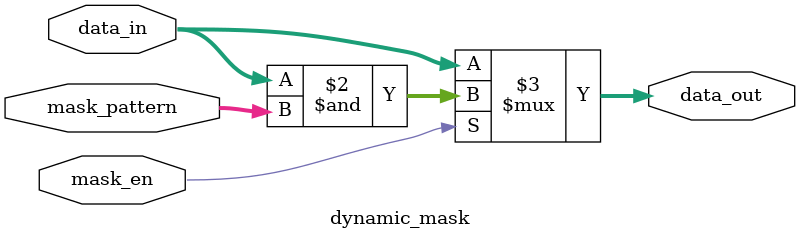
<source format=sv>
module dynamic_mask #(parameter WIDTH=8) (
    input [WIDTH-1:0] data_in,
    input [WIDTH-1:0] mask_pattern,
    input mask_en,
    output reg [WIDTH-1:0] data_out
);
always @(*) begin
    data_out = mask_en ? (data_in & mask_pattern) : data_in;
end
endmodule
</source>
